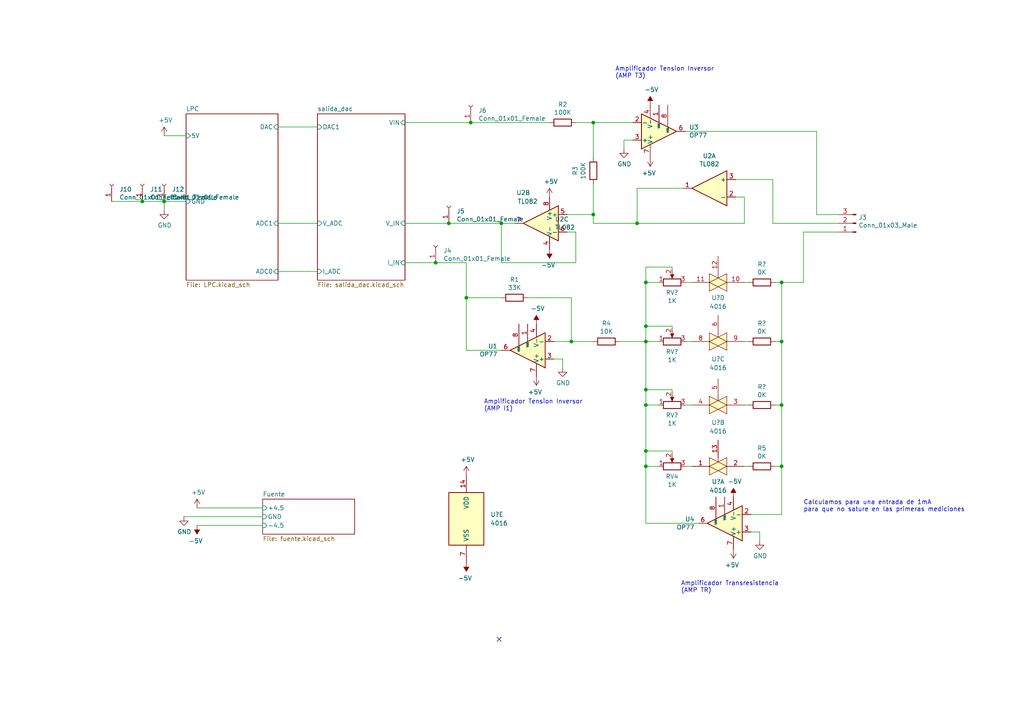
<source format=kicad_sch>
(kicad_sch (version 20211123) (generator eeschema)
  (paper "A4")
  (lib_symbols
    (symbol "4xxx:4016" (pin_names (offset 1.016))
      (property "Reference" "U" (at -7.62 8.89 0))
      (property "Value" "4016" (at -7.62 -8.89 0))
      (symbol "4016_1_0"
        (polyline (pts (xy 0 1.27) (xy 0 2.54)) (stroke (width 0.1524)))
        (polyline (pts (xy -2.54 0) (xy 2.54 2.54) (xy 2.54 -2.54) (xy -2.54 0)) (fill (type background)))
        (polyline (pts (xy -2.54 2.54) (xy 2.54 0) (xy -2.54 -2.54) (xy -2.54 2.54)) (fill (type background)))
        (pin passive line (at -7.62 0 0) (length 5.08) (name "~") (number "1"))
        (pin input line (at 0 7.62 270) (length 5.08) (name "~") (number "13"))
        (pin passive line (at 7.62 0 180) (length 5.08) (name "~") (number "2"))
      )
      (symbol "4016_2_0"
        (polyline (pts (xy 0 1.27) (xy 0 2.54)) (stroke (width 0.1524)))
        (polyline (pts (xy -2.54 0) (xy 2.54 2.54) (xy 2.54 -2.54) (xy -2.54 0)) (fill (type background)))
        (polyline (pts (xy -2.54 2.54) (xy 2.54 0) (xy -2.54 -2.54) (xy -2.54 2.54)) (fill (type background)))
        (pin passive line (at 7.62 0 180) (length 5.08) (name "~") (number "3"))
        (pin passive line (at -7.62 0 0) (length 5.08) (name "~") (number "4"))
        (pin input line (at 0 7.62 270) (length 5.08) (name "~") (number "5"))
      )
      (symbol "4016_3_0"
        (polyline (pts (xy 0 1.27) (xy 0 2.54)) (stroke (width 0.1524)))
        (polyline (pts (xy -2.54 0) (xy 2.54 2.54) (xy 2.54 -2.54) (xy -2.54 0)) (fill (type background)))
        (polyline (pts (xy -2.54 2.54) (xy 2.54 0) (xy -2.54 -2.54) (xy -2.54 2.54)) (fill (type background)))
        (pin input line (at 0 7.62 270) (length 5.08) (name "~") (number "6"))
        (pin passive line (at -7.62 0 0) (length 5.08) (name "~") (number "8"))
        (pin passive line (at 7.62 0 180) (length 5.08) (name "~") (number "9"))
      )
      (symbol "4016_4_0"
        (polyline (pts (xy 0 1.27) (xy 0 2.54)) (stroke (width 0.1524)))
        (polyline (pts (xy -2.54 0) (xy 2.54 2.54) (xy 2.54 -2.54) (xy -2.54 0)) (fill (type background)))
        (polyline (pts (xy -2.54 2.54) (xy 2.54 0) (xy -2.54 -2.54) (xy -2.54 2.54)) (fill (type background)))
        (pin passive line (at 7.62 0 180) (length 5.08) (name "~") (number "10"))
        (pin passive line (at -7.62 0 0) (length 5.08) (name "~") (number "11"))
        (pin input line (at 0 7.62 270) (length 5.08) (name "~") (number "12"))
      )
      (symbol "4016_5_0"
        (pin power_in line (at 0 12.7 270) (length 5.08) (name "VDD") (number "14"))
        (pin power_in line (at 0 -12.7 90) (length 5.08) (name "VSS") (number "7"))
      )
      (symbol "4016_5_1"
        (rectangle (start -5.08 7.62) (end 5.08 -7.62) (stroke (width 0.254)) (fill (type background)))
      )
    )
    (symbol "Connector:Conn_01x01_Female" (pin_names (offset 1.016) hide)
      (property "Reference" "J" (at 0 2.54 0))
      (property "Value" "Conn_01x01_Female" (at 0 -2.54 0))
      (symbol "Conn_01x01_Female_1_1"
        (polyline (pts (xy -1.27 0) (xy -0.508 0)) (stroke (width 0.1524)))
        (arc (start 0 0.508) (mid -0.508 0) (end 0 -0.508) (stroke (width 0.1524)))
        (pin passive line (at -5.08 0 0) (length 3.81) (name "Pin_1") (number "1"))
      )
    )
    (symbol "potenciostato-rescue:+5V-power" (power) (pin_names (offset 0))
      (property "Value" "+5V-power" (at 0 3.556 0))
      (symbol "+5V-power_0_1"
        (polyline (pts (xy -0.762 1.27) (xy 0 2.54)))
        (polyline (pts (xy 0 0) (xy 0 2.54)))
        (polyline (pts (xy 0 2.54) (xy 0.762 1.27)))
      )
      (symbol "+5V-power_1_1"
        (pin power_in line (at 0 0 90) (length 0) hide (name "+5V") (number "1"))
      )
    )
    (symbol "potenciostato-rescue:-5V-power" (power) (pin_names (offset 0))
      (property "Value" "-5V-power" (at 0 3.81 0))
      (symbol "-5V-power_0_0"
        (pin power_in line (at 0 0 90) (length 0) hide (name "-5V") (number "1"))
      )
      (symbol "-5V-power_0_1"
        (polyline (pts (xy 0 0) (xy 0 1.27) (xy 0.762 1.27) (xy 0 2.54) (xy -0.762 1.27) (xy 0 1.27)) (fill (type outline)))
      )
    )
    (symbol "potenciostato-rescue:Conn_01x03_Male-Connector" (pin_names (offset 1.016) hide)
      (property "Reference" "J" (at 0 5.08 0))
      (property "Value" "Conn_01x03_Male-Connector" (at 0 -5.08 0))
      (symbol "Conn_01x03_Male-Connector_1_1"
        (polyline (pts (xy 1.27 -2.54) (xy 0.8636 -2.54)) (stroke (width 0.1524)))
        (polyline (pts (xy 1.27 0) (xy 0.8636 0)) (stroke (width 0.1524)))
        (polyline (pts (xy 1.27 2.54) (xy 0.8636 2.54)) (stroke (width 0.1524)))
        (rectangle (start 0.8636 -2.413) (end 0 -2.667) (stroke (width 0.1524)) (fill (type outline)))
        (rectangle (start 0.8636 0.127) (end 0 -0.127) (stroke (width 0.1524)) (fill (type outline)))
        (rectangle (start 0.8636 2.667) (end 0 2.413) (stroke (width 0.1524)) (fill (type outline)))
        (pin passive line (at 5.08 2.54 180) (length 3.81) (name "Pin_1") (number "1"))
        (pin passive line (at 5.08 0 180) (length 3.81) (name "Pin_2") (number "2"))
        (pin passive line (at 5.08 -2.54 180) (length 3.81) (name "Pin_3") (number "3"))
      )
    )
    (symbol "potenciostato-rescue:GND-power" (power) (pin_names (offset 0))
      (property "Value" "GND-power" (at 0 -3.81 0))
      (symbol "GND-power_0_1"
        (polyline (pts (xy 0 0) (xy 0 -1.27) (xy 1.27 -1.27) (xy 0 -2.54) (xy -1.27 -1.27) (xy 0 -1.27)))
      )
      (symbol "GND-power_1_1"
        (pin power_in line (at 0 0 270) (length 0) hide (name "GND") (number "1"))
      )
    )
    (symbol "potenciostato-rescue:OP77-Amplifier_Operational" (pin_names (offset 0.127))
      (property "Reference" "U" (at 1.27 6.35 0))
      (property "Value" "OP77-Amplifier_Operational" (at 1.27 3.81 0))
      (symbol "OP77-Amplifier_Operational_0_1"
        (polyline (pts (xy -5.08 5.08) (xy 5.08 0) (xy -5.08 -5.08) (xy -5.08 5.08)) (stroke (width 0.254)) (fill (type background)))
      )
      (symbol "OP77-Amplifier_Operational_1_1"
        (pin input line (at 0 -7.62 90) (length 5.08) (name "VOS") (number "1"))
        (pin input line (at -7.62 -2.54 0) (length 2.54) (name "-") (number "2"))
        (pin input line (at -7.62 2.54 0) (length 2.54) (name "+") (number "3"))
        (pin power_in line (at -2.54 -7.62 90) (length 3.81) (name "V-") (number "4"))
        (pin no_connect line (at 0 2.54 270) (length 2.54) hide (name "NC") (number "5"))
        (pin output line (at 7.62 0 180) (length 2.54) (name "~") (number "6"))
        (pin power_in line (at -2.54 7.62 270) (length 3.81) (name "V+") (number "7"))
        (pin input line (at 2.54 -7.62 90) (length 6.35) (name "VOS") (number "8"))
      )
    )
    (symbol "potenciostato-rescue:R-Device" (pin_numbers hide) (pin_names (offset 0))
      (property "Reference" "R" (at 2.032 0 90))
      (property "Value" "R-Device" (at 0 0 90))
      (symbol "R-Device_0_1"
        (rectangle (start -1.016 -2.54) (end 1.016 2.54) (stroke (width 0.254)))
      )
      (symbol "R-Device_1_1"
        (pin passive line (at 0 3.81 270) (length 1.27) (name "~") (number "1"))
        (pin passive line (at 0 -3.81 90) (length 1.27) (name "~") (number "2"))
      )
    )
    (symbol "potenciostato-rescue:TL082-Amplifier_Operational" (pin_names (offset 0.127))
      (property "Reference" "U" (at 0 5.08 0))
      (property "Value" "TL082-Amplifier_Operational" (at 0 -5.08 0))
      (symbol "TL082-Amplifier_Operational_1_1"
        (polyline (pts (xy -5.08 5.08) (xy 5.08 0) (xy -5.08 -5.08) (xy -5.08 5.08)) (stroke (width 0.254)) (fill (type background)))
        (pin output line (at 7.62 0 180) (length 2.54) (name "~") (number "1"))
        (pin input line (at -7.62 -2.54 0) (length 2.54) (name "-") (number "2"))
        (pin input line (at -7.62 2.54 0) (length 2.54) (name "+") (number "3"))
      )
      (symbol "TL082-Amplifier_Operational_2_1"
        (polyline (pts (xy -5.08 5.08) (xy 5.08 0) (xy -5.08 -5.08) (xy -5.08 5.08)) (stroke (width 0.254)) (fill (type background)))
        (pin input line (at -7.62 2.54 0) (length 2.54) (name "+") (number "5"))
        (pin input line (at -7.62 -2.54 0) (length 2.54) (name "-") (number "6"))
        (pin output line (at 7.62 0 180) (length 2.54) (name "~") (number "7"))
      )
      (symbol "TL082-Amplifier_Operational_3_1"
        (pin power_in line (at -2.54 -7.62 90) (length 3.81) (name "V-") (number "4"))
        (pin power_in line (at -2.54 7.62 270) (length 3.81) (name "V+") (number "8"))
      )
    )
    (symbol "salida_dac-rescue:R_POT-Device" (pin_names (offset 1.016) hide)
      (property "Reference" "RV" (at -4.445 0 90))
      (property "Value" "R_POT-Device" (at -2.54 0 90))
      (symbol "R_POT-Device_0_1"
        (polyline (pts (xy 2.54 0) (xy 1.524 0)))
        (polyline (pts (xy 1.143 0) (xy 2.286 0.508) (xy 2.286 -0.508) (xy 1.143 0)) (fill (type outline)))
        (rectangle (start 1.016 2.54) (end -1.016 -2.54) (stroke (width 0.254)))
      )
      (symbol "R_POT-Device_1_1"
        (pin passive line (at 0 3.81 270) (length 1.27) (name "1") (number "1"))
        (pin passive line (at 3.81 0 180) (length 1.27) (name "2") (number "2"))
        (pin passive line (at 0 -3.81 90) (length 1.27) (name "3") (number "3"))
      )
    )
  )
  (junction (at 187.325 113.03))
  (junction (at 187.325 135.255))
  (junction (at 187.325 99.06))
  (junction (at 184.785 64.77))
  (junction (at 187.325 130.81))
  (junction (at 172.085 62.23))
  (junction (at 226.695 117.475))
  (junction (at 187.325 117.475))
  (junction (at 136.525 35.56))
  (junction (at 226.695 81.915))
  (junction (at 187.325 81.915))
  (junction (at 226.695 99.06))
  (junction (at 172.085 35.56))
  (junction (at 126.365 76.2))
  (junction (at 187.325 94.615))
  (junction (at 226.695 135.255))
  (junction (at 41.275 58.42))
  (junction (at 130.175 64.77))
  (junction (at 145.415 64.77))
  (junction (at 165.735 99.06))
  (junction (at 135.255 86.36))
  (junction (at 47.625 58.42))
  (no_connect (at 144.78 185.42))
  (wire (pts (xy 145.415 86.36) (xy 135.255 86.36)))
  (wire (pts (xy 172.085 64.77) (xy 172.085 62.23)))
  (wire (pts (xy 194.945 113.665) (xy 194.945 113.03)))
  (wire (pts (xy 187.325 81.915) (xy 187.325 94.615)))
  (wire (pts (xy 165.735 86.36) (xy 153.035 86.36)))
  (wire (pts (xy 172.085 45.72) (xy 172.085 35.56)))
  (wire (pts (xy 183.515 40.64) (xy 180.975 40.64)))
  (wire (pts (xy 215.9 64.77) (xy 184.785 64.77)))
  (wire (pts (xy 167.005 67.31) (xy 167.005 76.2)))
  (wire (pts (xy 184.785 54.61) (xy 198.12 54.61)))
  (wire (pts (xy 180.975 40.64) (xy 180.975 43.18)))
  (wire (pts (xy 32.385 58.42) (xy 41.275 58.42)))
  (wire (pts (xy 187.325 130.81) (xy 187.325 135.255)))
  (wire (pts (xy 224.155 52.07) (xy 213.36 52.07)))
  (wire (pts (xy 187.325 94.615) (xy 194.945 94.615)))
  (wire (pts (xy 145.415 76.2) (xy 145.415 64.77)))
  (wire (pts (xy 47.625 58.42) (xy 47.625 60.96)))
  (wire (pts (xy 191.135 135.255) (xy 187.325 135.255)))
  (wire (pts (xy 92.075 64.77) (xy 80.645 64.77)))
  (wire (pts (xy 215.9 57.15) (xy 215.9 64.77)))
  (wire (pts (xy 187.325 113.03) (xy 187.325 117.475)))
  (wire (pts (xy 135.255 101.6) (xy 145.415 101.6)))
  (wire (pts (xy 198.755 117.475) (xy 200.66 117.475)))
  (wire (pts (xy 220.345 154.305) (xy 220.345 156.845)))
  (wire (pts (xy 145.415 64.77) (xy 130.175 64.77)))
  (wire (pts (xy 145.415 64.77) (xy 149.225 64.77)))
  (wire (pts (xy 194.945 77.47) (xy 194.945 78.105)))
  (wire (pts (xy 215.9 81.915) (xy 217.17 81.915)))
  (wire (pts (xy 136.525 35.56) (xy 159.385 35.56)))
  (wire (pts (xy 236.855 38.1) (xy 236.855 62.23)))
  (wire (pts (xy 233.045 67.31) (xy 233.045 81.915)))
  (wire (pts (xy 243.205 64.77) (xy 224.155 64.77)))
  (wire (pts (xy 172.085 35.56) (xy 183.515 35.56)))
  (wire (pts (xy 226.695 99.06) (xy 226.695 117.475)))
  (wire (pts (xy 41.275 58.42) (xy 47.625 58.42)))
  (wire (pts (xy 167.005 76.2) (xy 145.415 76.2)))
  (wire (pts (xy 130.175 64.77) (xy 117.475 64.77)))
  (wire (pts (xy 224.79 135.255) (xy 226.695 135.255)))
  (wire (pts (xy 191.135 117.475) (xy 187.325 117.475)))
  (wire (pts (xy 198.755 38.1) (xy 236.855 38.1)))
  (wire (pts (xy 135.255 76.2) (xy 135.255 86.36)))
  (wire (pts (xy 198.755 81.915) (xy 200.66 81.915)))
  (wire (pts (xy 194.945 77.47) (xy 187.325 77.47)))
  (wire (pts (xy 243.205 67.31) (xy 233.045 67.31)))
  (wire (pts (xy 117.475 35.56) (xy 136.525 35.56)))
  (wire (pts (xy 226.695 149.225) (xy 217.805 149.225)))
  (wire (pts (xy 198.755 135.255) (xy 200.66 135.255)))
  (wire (pts (xy 215.9 135.255) (xy 217.17 135.255)))
  (wire (pts (xy 187.325 135.255) (xy 187.325 151.765)))
  (wire (pts (xy 187.325 130.81) (xy 194.945 130.81)))
  (wire (pts (xy 194.945 131.445) (xy 194.945 130.81)))
  (wire (pts (xy 80.645 36.83) (xy 92.075 36.83)))
  (wire (pts (xy 215.9 99.06) (xy 217.17 99.06)))
  (wire (pts (xy 187.325 77.47) (xy 187.325 81.915)))
  (wire (pts (xy 160.655 99.06) (xy 165.735 99.06)))
  (wire (pts (xy 217.805 154.305) (xy 220.345 154.305)))
  (wire (pts (xy 224.79 81.915) (xy 226.695 81.915)))
  (wire (pts (xy 226.695 135.255) (xy 226.695 149.225)))
  (wire (pts (xy 163.195 104.14) (xy 163.195 106.68)))
  (wire (pts (xy 224.79 99.06) (xy 226.695 99.06)))
  (wire (pts (xy 164.465 67.31) (xy 167.005 67.31)))
  (wire (pts (xy 213.36 57.15) (xy 215.9 57.15)))
  (wire (pts (xy 53.975 58.42) (xy 47.625 58.42)))
  (wire (pts (xy 236.855 62.23) (xy 243.205 62.23)))
  (wire (pts (xy 226.695 117.475) (xy 226.695 135.255)))
  (wire (pts (xy 187.325 113.03) (xy 194.945 113.03)))
  (wire (pts (xy 53.34 149.86) (xy 76.2 149.86)))
  (wire (pts (xy 179.705 99.06) (xy 187.325 99.06)))
  (wire (pts (xy 191.135 81.915) (xy 187.325 81.915)))
  (wire (pts (xy 172.085 99.06) (xy 165.735 99.06)))
  (wire (pts (xy 184.785 64.77) (xy 172.085 64.77)))
  (wire (pts (xy 224.79 117.475) (xy 226.695 117.475)))
  (wire (pts (xy 215.9 117.475) (xy 217.17 117.475)))
  (wire (pts (xy 191.135 99.06) (xy 187.325 99.06)))
  (wire (pts (xy 226.695 81.915) (xy 226.695 99.06)))
  (wire (pts (xy 194.945 95.25) (xy 194.945 94.615)))
  (wire (pts (xy 135.255 86.36) (xy 135.255 101.6)))
  (wire (pts (xy 226.695 81.915) (xy 233.045 81.915)))
  (wire (pts (xy 198.755 99.06) (xy 200.66 99.06)))
  (wire (pts (xy 184.785 54.61) (xy 184.785 64.77)))
  (wire (pts (xy 160.655 104.14) (xy 163.195 104.14)))
  (wire (pts (xy 165.735 99.06) (xy 165.735 86.36)))
  (wire (pts (xy 57.15 147.32) (xy 76.2 147.32)))
  (wire (pts (xy 92.075 78.74) (xy 80.645 78.74)))
  (wire (pts (xy 172.085 53.34) (xy 172.085 62.23)))
  (wire (pts (xy 187.325 151.765) (xy 202.565 151.765)))
  (wire (pts (xy 187.325 117.475) (xy 187.325 130.81)))
  (wire (pts (xy 53.975 39.37) (xy 47.625 39.37)))
  (wire (pts (xy 126.365 76.2) (xy 135.255 76.2)))
  (wire (pts (xy 187.325 94.615) (xy 187.325 99.06)))
  (wire (pts (xy 224.155 64.77) (xy 224.155 52.07)))
  (wire (pts (xy 167.005 35.56) (xy 172.085 35.56)))
  (wire (pts (xy 57.15 152.4) (xy 76.2 152.4)))
  (wire (pts (xy 117.475 76.2) (xy 126.365 76.2)))
  (wire (pts (xy 187.325 99.06) (xy 187.325 113.03)))
  (wire (pts (xy 164.465 62.23) (xy 172.085 62.23)))
  (text "Amplificador Tension Inversor\n(AMP I1)" (at 140.335 119.38 0) (effects (font (size 1.27 1.27)) (justify left bottom)))
  (text "Calculamos para una entrada de 1mA \npara que no sature en las primeras mediciones" (at 233.045 148.59 0) (effects (font (size 1.27 1.27)) (justify left bottom)))
  (text "Amplificador Transresistencia\n(AMP TR)" (at 197.485 172.085 0) (effects (font (size 1.27 1.27)) (justify left bottom)))
  (text "Amplificador Tension Inversor\n(AMP T3)" (at 178.435 22.86 0) (effects (font (size 1.27 1.27)) (justify left bottom)))
  (symbol (lib_id "potenciostato-rescue:OP77-Amplifier_Operational") (at 191.135 38.1 0) (mirror x) (unit 1)
    (property "Reference" "U3" (at 199.8726 36.9316 0) (effects (justify left)))
    (property "Value" "OP77" (at 199.8726 39.243 0) (effects (justify left)))
    (property "Footprint" "Package_DIP:DIP-8_W7.62mm_LongPads" (effects hide))
    (property "Datasheet" "https://www.analog.com/media/en/technical-documentation/data-sheets/OP77.pdf" (effects hide))
  )
  (symbol (lib_id "potenciostato-rescue:OP77-Amplifier_Operational") (at 210.185 151.765 180) (unit 1)
    (property "Reference" "U4" (at 201.4474 150.5966 0) (effects (justify left)))
    (property "Value" "OP77" (at 201.4474 152.908 0) (effects (justify left)))
    (property "Footprint" "Package_DIP:DIP-8_W7.62mm_LongPads" (effects hide))
    (property "Datasheet" "https://www.analog.com/media/en/technical-documentation/data-sheets/OP77.pdf" (effects hide))
  )
  (symbol (lib_id "potenciostato-rescue:R-Device") (at 163.195 35.56 270) (unit 1)
    (property "Reference" "R2" (at 163.195 30.3022 90))
    (property "Value" "100K" (at 163.195 32.6136 90))
    (property "Footprint" "Resistor_THT:R_Axial_DIN0207_L6.3mm_D2.5mm_P7.62mm_Horizontal" (effects hide))
  )
  (symbol (lib_id "potenciostato-rescue:R-Device") (at 172.085 49.53 0) (unit 1)
    (property "Reference" "R3" (at 166.8272 49.53 90))
    (property "Value" "100K" (at 169.1386 49.53 90))
    (property "Footprint" "Resistor_THT:R_Axial_DIN0207_L6.3mm_D2.5mm_P10.16mm_Horizontal" (effects hide))
  )
  (symbol (lib_id "potenciostato-rescue:R-Device") (at 220.98 135.255 270) (unit 1)
    (property "Reference" "R5" (at 220.98 129.9972 90))
    (property "Value" "0K" (at 220.98 132.3086 90))
    (property "Footprint" "Resistor_THT:R_Axial_DIN0207_L6.3mm_D2.5mm_P7.62mm_Horizontal" (effects hide))
  )
  (symbol (lib_id "potenciostato-rescue:GND-power") (at 180.975 43.18 0) (unit 1)
    (property "Reference" "#PWR07" (effects hide))
    (property "Value" "GND" (at 181.102 47.5742 0))
  )
  (symbol (lib_id "potenciostato-rescue:GND-power") (at 220.345 156.845 0) (unit 1)
    (property "Reference" "#PWR08" (effects hide))
    (property "Value" "GND" (at 220.472 161.2392 0))
  )
  (symbol (lib_id "potenciostato-rescue:GND-power") (at 53.34 149.86 0) (unit 1)
    (property "Reference" "#PWR01" (effects hide))
    (property "Value" "GND" (at 53.467 154.2542 0))
  )
  (symbol (lib_id "potenciostato-rescue:Conn_01x03_Male-Connector") (at 248.285 64.77 180) (unit 1)
    (property "Reference" "J3" (at 248.9962 63.0428 0) (effects (justify right)))
    (property "Value" "Conn_01x03_Male" (at 248.9962 65.3542 0) (effects (justify right)))
    (property "Footprint" "Connector:FanPinHeader_1x03_P2.54mm_Vertical" (effects hide))
  )
  (symbol (lib_id "potenciostato-rescue:+5V-power") (at 57.15 147.32 0) (unit 1)
    (property "Reference" "#PWR02" (effects hide))
    (property "Value" "+5V" (at 57.531 142.8242 0))
  )
  (symbol (lib_id "potenciostato-rescue:-5V-power") (at 57.15 152.4 180) (unit 1)
    (property "Reference" "#PWR03" (effects hide))
    (property "Value" "-5V" (at 56.769 156.8958 0))
  )
  (symbol (lib_id "potenciostato-rescue:OP77-Amplifier_Operational") (at 153.035 101.6 180) (unit 1)
    (property "Reference" "U1" (at 144.2974 100.4316 0) (effects (justify left)))
    (property "Value" "OP77" (at 144.2974 102.743 0) (effects (justify left)))
    (property "Footprint" "Package_DIP:DIP-8_W7.62mm_LongPads" (effects hide))
    (property "Datasheet" "https://www.analog.com/media/en/technical-documentation/data-sheets/OP77.pdf" (effects hide))
  )
  (symbol (lib_id "potenciostato-rescue:R-Device") (at 149.225 86.36 270) (unit 1)
    (property "Reference" "R1" (at 149.225 81.1022 90))
    (property "Value" "33K" (at 149.225 83.4136 90))
    (property "Footprint" "Resistor_THT:R_Axial_DIN0207_L6.3mm_D2.5mm_P7.62mm_Horizontal" (effects hide))
  )
  (symbol (lib_id "potenciostato-rescue:GND-power") (at 163.195 106.68 0) (unit 1)
    (property "Reference" "#PWR06" (effects hide))
    (property "Value" "GND" (at 163.322 111.0742 0))
  )
  (symbol (lib_id "potenciostato-rescue:R-Device") (at 175.895 99.06 270) (unit 1)
    (property "Reference" "R4" (at 175.895 93.8022 90))
    (property "Value" "10K" (at 175.895 96.1136 90))
    (property "Footprint" "Resistor_THT:R_Axial_DIN0207_L6.3mm_D2.5mm_P7.62mm_Horizontal" (effects hide))
  )
  (symbol (lib_id "potenciostato-rescue:TL082-Amplifier_Operational") (at 205.74 54.61 0) (mirror y) (unit 1)
    (property "Reference" "U2" (at 205.74 45.212 0))
    (property "Value" "TL082" (at 205.74 47.5742 0))
    (property "Footprint" "Package_DIP:DIP-8_W7.62mm_LongPads" (effects hide))
    (property "Datasheet" "http://www.ti.com/lit/ds/symlink/tl081.pdf" (effects hide))
  )
  (symbol (lib_id "potenciostato-rescue:TL082-Amplifier_Operational") (at 156.845 64.77 0) (mirror y) (unit 2)
    (property "Reference" "U2" (at 151.765 55.88 0))
    (property "Value" "TL082" (at 153.035 58.42 0))
    (property "Footprint" "Package_DIP:DIP-8_W7.62mm_LongPads" (effects hide))
    (property "Datasheet" "http://www.ti.com/lit/ds/symlink/tl081.pdf" (effects hide))
  )
  (symbol (lib_id "potenciostato-rescue:TL082-Amplifier_Operational") (at 161.925 64.77 0) (unit 3)
    (property "Reference" "U2" (at 160.9344 63.5762 0) (effects (justify left)))
    (property "Value" "TL082" (at 160.9344 65.9384 0) (effects (justify left)))
    (property "Footprint" "Package_DIP:DIP-8_W7.62mm_LongPads" (effects hide))
    (property "Datasheet" "http://www.ti.com/lit/ds/symlink/tl081.pdf" (effects hide))
  )
  (symbol (lib_id "potenciostato-rescue:-5V-power") (at 159.385 72.39 180) (unit 1)
    (property "Reference" "#PWR0101" (effects hide))
    (property "Value" "-5V" (at 159.004 76.8858 0))
  )
  (symbol (lib_id "potenciostato-rescue:+5V-power") (at 159.385 57.15 0) (unit 1)
    (property "Reference" "#PWR0102" (effects hide))
    (property "Value" "+5V" (at 159.766 52.6542 0))
  )
  (symbol (lib_id "potenciostato-rescue:-5V-power") (at 155.575 93.98 0) (unit 1)
    (property "Reference" "#PWR0103" (effects hide))
    (property "Value" "-5V" (at 155.956 89.4842 0))
  )
  (symbol (lib_id "potenciostato-rescue:-5V-power") (at 212.725 144.145 0) (unit 1)
    (property "Reference" "#PWR0104" (effects hide))
    (property "Value" "-5V" (at 213.106 139.6492 0))
  )
  (symbol (lib_id "potenciostato-rescue:-5V-power") (at 188.595 30.48 0) (unit 1)
    (property "Reference" "#PWR0105" (effects hide))
    (property "Value" "-5V" (at 188.976 25.9842 0))
  )
  (symbol (lib_id "potenciostato-rescue:+5V-power") (at 188.595 45.72 180) (unit 1)
    (property "Reference" "#PWR0106" (effects hide))
    (property "Value" "+5V" (at 188.214 50.2158 0))
  )
  (symbol (lib_id "potenciostato-rescue:+5V-power") (at 212.725 159.385 180) (unit 1)
    (property "Reference" "#PWR0107" (effects hide))
    (property "Value" "+5V" (at 212.344 163.8808 0))
  )
  (symbol (lib_id "potenciostato-rescue:+5V-power") (at 155.575 109.22 180) (unit 1)
    (property "Reference" "#PWR0108" (effects hide))
    (property "Value" "+5V" (at 155.194 113.7158 0))
  )
  (symbol (lib_id "potenciostato-rescue:GND-power") (at 47.625 60.96 0) (unit 1)
    (property "Reference" "#PWR0130" (effects hide))
    (property "Value" "GND" (at 47.752 65.3542 0))
  )
  (symbol (lib_id "potenciostato-rescue:+5V-power") (at 47.625 39.37 0) (unit 1)
    (property "Reference" "#PWR0109" (effects hide))
    (property "Value" "+5V" (at 48.006 34.8742 0))
  )
  (symbol (lib_id "salida_dac-rescue:R_POT-Device") (at 194.945 135.255 90) (unit 1)
    (property "Reference" "RV4" (at 194.945 138.2014 90))
    (property "Value" "1K" (at 194.945 140.5636 90))
    (property "Footprint" "Potentiometer_THT:Potentiometer_Bourns_3266Y_Vertical" (effects hide))
  )
  (symbol (lib_id "Connector:Conn_01x01_Female") (at 126.365 71.12 90) (unit 1)
    (property "Reference" "J4" (at 128.6002 72.6948 90) (effects (justify right)))
    (property "Value" "Conn_01x01_Female" (at 128.6002 75.0062 90) (effects (justify right)))
    (property "Footprint" "Connector_PinHeader_2.54mm:PinHeader_1x01_P2.54mm_Vertical" (effects hide))
  )
  (symbol (lib_id "Connector:Conn_01x01_Female") (at 130.175 59.69 90) (unit 1)
    (property "Reference" "J5" (at 132.4102 61.2648 90) (effects (justify right)))
    (property "Value" "Conn_01x01_Female" (at 132.4102 63.5762 90) (effects (justify right)))
    (property "Footprint" "Connector_PinHeader_2.54mm:PinHeader_1x01_P2.54mm_Vertical" (effects hide))
  )
  (symbol (lib_id "Connector:Conn_01x01_Female") (at 136.525 30.48 90) (unit 1)
    (property "Reference" "J6" (at 138.7602 32.0548 90) (effects (justify right)))
    (property "Value" "Conn_01x01_Female" (at 138.7602 34.3662 90) (effects (justify right)))
    (property "Footprint" "Connector_PinHeader_2.54mm:PinHeader_1x01_P2.54mm_Vertical" (effects hide))
  )
  (symbol (lib_id "Connector:Conn_01x01_Female") (at 47.625 53.34 90) (unit 1)
    (property "Reference" "J12" (at 49.8602 54.9148 90) (effects (justify right)))
    (property "Value" "Conn_01x01_Female" (at 49.8602 57.2262 90) (effects (justify right)))
    (property "Footprint" "Connector_PinHeader_2.54mm:PinHeader_1x01_P2.54mm_Vertical" (effects hide))
  )
  (symbol (lib_id "Connector:Conn_01x01_Female") (at 41.275 53.34 90) (unit 1)
    (property "Reference" "J11" (at 43.5102 54.9148 90) (effects (justify right)))
    (property "Value" "Conn_01x01_Female" (at 43.5102 57.2262 90) (effects (justify right)))
    (property "Footprint" "Connector_PinHeader_2.54mm:PinHeader_1x01_P2.54mm_Vertical" (effects hide))
  )
  (symbol (lib_id "Connector:Conn_01x01_Female") (at 32.385 53.34 90) (unit 1)
    (property "Reference" "J10" (at 34.6202 54.9148 90) (effects (justify right)))
    (property "Value" "Conn_01x01_Female" (at 34.6202 57.2262 90) (effects (justify right)))
    (property "Footprint" "Connector_PinHeader_2.54mm:PinHeader_1x01_P2.54mm_Vertical" (effects hide))
  )
  (symbol (lib_id "4xxx:4016") (at 208.28 81.915 0) (unit 4)
    (property "Reference" "U?" (at 208.28 86.36 0))
    (property "Value" "4016" (at 208.28 88.9 0))
    (property "Datasheet" "http://www.ti.com/lit/ds/symlink/cd4016b.pdf" (effects hide))
  )
  (symbol (lib_id "potenciostato-rescue:R-Device") (at 220.98 81.915 270) (unit 1)
    (property "Reference" "R?" (at 220.98 76.6572 90))
    (property "Value" "0K" (at 220.98 78.9686 90))
    (property "Footprint" "Resistor_THT:R_Axial_DIN0207_L6.3mm_D2.5mm_P7.62mm_Horizontal" (effects hide))
  )
  (symbol (lib_id "salida_dac-rescue:R_POT-Device") (at 194.945 81.915 90) (unit 1)
    (property "Reference" "RV?" (at 194.945 84.8614 90))
    (property "Value" "1K" (at 194.945 87.2236 90))
    (property "Footprint" "Potentiometer_THT:Potentiometer_Bourns_3266Y_Vertical" (effects hide))
  )
  (symbol (lib_id "potenciostato-rescue:-5V-power") (at 135.255 163.195 180) (unit 1)
    (property "Reference" "#PWR?" (effects hide))
    (property "Value" "-5V" (at 134.874 167.6908 0))
  )
  (symbol (lib_id "4xxx:4016") (at 208.28 135.255 0) (unit 1)
    (property "Reference" "U?" (at 208.28 139.7 0))
    (property "Value" "4016" (at 208.28 142.24 0))
    (property "Datasheet" "http://www.ti.com/lit/ds/symlink/cd4016b.pdf" (effects hide))
  )
  (symbol (lib_id "salida_dac-rescue:R_POT-Device") (at 194.945 117.475 90) (unit 1)
    (property "Reference" "RV?" (at 194.945 120.4214 90))
    (property "Value" "1K" (at 194.945 122.7836 90))
    (property "Footprint" "Potentiometer_THT:Potentiometer_Bourns_3266Y_Vertical" (effects hide))
  )
  (symbol (lib_id "4xxx:4016") (at 135.255 150.495 0) (unit 5)
    (property "Reference" "U?" (at 142.24 149.2249 0) (effects (justify left)))
    (property "Value" "4016" (at 142.24 151.7649 0) (effects (justify left)))
    (property "Datasheet" "http://www.ti.com/lit/ds/symlink/cd4016b.pdf" (effects hide))
  )
  (symbol (lib_id "4xxx:4016") (at 208.28 99.06 0) (unit 3)
    (property "Reference" "U?" (at 208.28 104.14 0))
    (property "Value" "4016" (at 208.28 106.68 0))
    (property "Datasheet" "http://www.ti.com/lit/ds/symlink/cd4016b.pdf" (effects hide))
  )
  (symbol (lib_id "potenciostato-rescue:R-Device") (at 220.98 117.475 270) (unit 1)
    (property "Reference" "R?" (at 220.98 112.2172 90))
    (property "Value" "0K" (at 220.98 114.5286 90))
    (property "Footprint" "Resistor_THT:R_Axial_DIN0207_L6.3mm_D2.5mm_P7.62mm_Horizontal" (effects hide))
  )
  (symbol (lib_id "potenciostato-rescue:+5V-power") (at 135.255 137.795 0) (unit 1)
    (property "Reference" "#PWR?" (effects hide))
    (property "Value" "+5V" (at 135.636 133.2992 0))
  )
  (symbol (lib_id "salida_dac-rescue:R_POT-Device") (at 194.945 99.06 90) (unit 1)
    (property "Reference" "RV?" (at 194.945 102.0064 90))
    (property "Value" "1K" (at 194.945 104.3686 90))
    (property "Footprint" "Potentiometer_THT:Potentiometer_Bourns_3266Y_Vertical" (effects hide))
  )
  (symbol (lib_id "4xxx:4016") (at 208.28 117.475 0) (unit 2)
    (property "Reference" "U?" (at 208.28 122.555 0))
    (property "Value" "4016" (at 208.28 125.095 0))
    (property "Datasheet" "http://www.ti.com/lit/ds/symlink/cd4016b.pdf" (effects hide))
  )
  (symbol (lib_id "potenciostato-rescue:R-Device") (at 220.98 99.06 270) (unit 1)
    (property "Reference" "R?" (at 220.98 93.8022 90))
    (property "Value" "0K" (at 220.98 96.1136 90))
    (property "Footprint" "Resistor_THT:R_Axial_DIN0207_L6.3mm_D2.5mm_P7.62mm_Horizontal" (effects hide))
  )
  (sheet (at 92.075 33.02) (size 25.4 48.26)
    (property "Sheet name" "salida_dac" (at 92.075 32.3084 0) (effects (justify left bottom)))
    (property "Sheet file" "salida_dac.kicad_sch" (at 92.075 81.8646 0) (effects (justify left top)))
    (pin "DAC1" input (at 92.075 36.83 180))
    (pin "VIN" input (at 117.475 35.56 0))
    (pin "I_IN" input (at 117.475 76.2 0))
    (pin "I_ADC" input (at 92.075 78.74 180))
    (pin "V_IN" input (at 117.475 64.77 0))
    (pin "V_ADC" input (at 92.075 64.77 180))
  )
  (sheet (at 53.975 33.02) (size 26.67 48.26)
    (property "Sheet name" "LPC" (at 53.975 32.3084 0) (effects (justify left bottom)))
    (property "Sheet file" "LPC.kicad_sch" (at 53.975 81.8646 0) (effects (justify left top)))
    (pin "GND" input (at 53.975 58.42 180))
    (pin "DAC" input (at 80.645 36.83 0))
    (pin "ADC1" input (at 80.645 64.77 0))
    (pin "ADC0" input (at 80.645 78.74 0))
    (pin "5V" input (at 53.975 39.37 180))
  )
  (sheet (at 76.2 144.78) (size 26.67 10.16) (stroke (width 0.1524))
    (property "Sheet name" "Fuente" (at 76.2 144.0684 0) (effects (justify left bottom)))
    (property "Sheet file" "fuente.kicad_sch" (at 76.2 155.5246 0) (effects (justify left top)))
    (pin "-4.5" input (at 76.2 152.4 180))
    (pin "GND" input (at 76.2 149.86 180))
    (pin "+4.5" input (at 76.2 147.32 180))
  )
)
</source>
